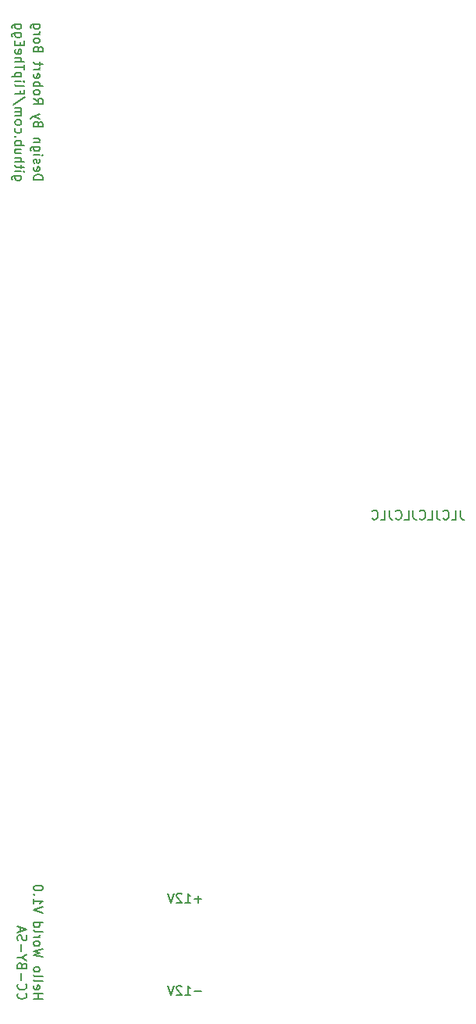
<source format=gbr>
G04 #@! TF.GenerationSoftware,KiCad,Pcbnew,(5.1.6-0-10_14)*
G04 #@! TF.CreationDate,2020-07-27T13:35:09+02:00*
G04 #@! TF.ProjectId,HelloWorld,48656c6c-6f57-46f7-926c-642e6b696361,rev?*
G04 #@! TF.SameCoordinates,Original*
G04 #@! TF.FileFunction,Legend,Bot*
G04 #@! TF.FilePolarity,Positive*
%FSLAX46Y46*%
G04 Gerber Fmt 4.6, Leading zero omitted, Abs format (unit mm)*
G04 Created by KiCad (PCBNEW (5.1.6-0-10_14)) date 2020-07-27 13:35:09*
%MOMM*%
%LPD*%
G01*
G04 APERTURE LIST*
%ADD10C,0.150000*%
G04 APERTURE END LIST*
D10*
X119619047Y-73452380D02*
X119619047Y-74166666D01*
X119666666Y-74309523D01*
X119761904Y-74404761D01*
X119904761Y-74452380D01*
X120000000Y-74452380D01*
X118666666Y-74452380D02*
X119142857Y-74452380D01*
X119142857Y-73452380D01*
X117761904Y-74357142D02*
X117809523Y-74404761D01*
X117952380Y-74452380D01*
X118047619Y-74452380D01*
X118190476Y-74404761D01*
X118285714Y-74309523D01*
X118333333Y-74214285D01*
X118380952Y-74023809D01*
X118380952Y-73880952D01*
X118333333Y-73690476D01*
X118285714Y-73595238D01*
X118190476Y-73500000D01*
X118047619Y-73452380D01*
X117952380Y-73452380D01*
X117809523Y-73500000D01*
X117761904Y-73547619D01*
X117047619Y-73452380D02*
X117047619Y-74166666D01*
X117095238Y-74309523D01*
X117190476Y-74404761D01*
X117333333Y-74452380D01*
X117428571Y-74452380D01*
X116095238Y-74452380D02*
X116571428Y-74452380D01*
X116571428Y-73452380D01*
X115190476Y-74357142D02*
X115238095Y-74404761D01*
X115380952Y-74452380D01*
X115476190Y-74452380D01*
X115619047Y-74404761D01*
X115714285Y-74309523D01*
X115761904Y-74214285D01*
X115809523Y-74023809D01*
X115809523Y-73880952D01*
X115761904Y-73690476D01*
X115714285Y-73595238D01*
X115619047Y-73500000D01*
X115476190Y-73452380D01*
X115380952Y-73452380D01*
X115238095Y-73500000D01*
X115190476Y-73547619D01*
X114476190Y-73452380D02*
X114476190Y-74166666D01*
X114523809Y-74309523D01*
X114619047Y-74404761D01*
X114761904Y-74452380D01*
X114857142Y-74452380D01*
X113523809Y-74452380D02*
X114000000Y-74452380D01*
X114000000Y-73452380D01*
X112619047Y-74357142D02*
X112666666Y-74404761D01*
X112809523Y-74452380D01*
X112904761Y-74452380D01*
X113047619Y-74404761D01*
X113142857Y-74309523D01*
X113190476Y-74214285D01*
X113238095Y-74023809D01*
X113238095Y-73880952D01*
X113190476Y-73690476D01*
X113142857Y-73595238D01*
X113047619Y-73500000D01*
X112904761Y-73452380D01*
X112809523Y-73452380D01*
X112666666Y-73500000D01*
X112619047Y-73547619D01*
X111904761Y-73452380D02*
X111904761Y-74166666D01*
X111952380Y-74309523D01*
X112047619Y-74404761D01*
X112190476Y-74452380D01*
X112285714Y-74452380D01*
X110952380Y-74452380D02*
X111428571Y-74452380D01*
X111428571Y-73452380D01*
X110047619Y-74357142D02*
X110095238Y-74404761D01*
X110238095Y-74452380D01*
X110333333Y-74452380D01*
X110476190Y-74404761D01*
X110571428Y-74309523D01*
X110619047Y-74214285D01*
X110666666Y-74023809D01*
X110666666Y-73880952D01*
X110619047Y-73690476D01*
X110571428Y-73595238D01*
X110476190Y-73500000D01*
X110333333Y-73452380D01*
X110238095Y-73452380D01*
X110095238Y-73500000D01*
X110047619Y-73547619D01*
X71964285Y-37226190D02*
X71154761Y-37226190D01*
X71059523Y-37273809D01*
X71011904Y-37321428D01*
X70964285Y-37416666D01*
X70964285Y-37559523D01*
X71011904Y-37654761D01*
X71345238Y-37226190D02*
X71297619Y-37321428D01*
X71297619Y-37511904D01*
X71345238Y-37607142D01*
X71392857Y-37654761D01*
X71488095Y-37702380D01*
X71773809Y-37702380D01*
X71869047Y-37654761D01*
X71916666Y-37607142D01*
X71964285Y-37511904D01*
X71964285Y-37321428D01*
X71916666Y-37226190D01*
X71297619Y-36750000D02*
X71964285Y-36750000D01*
X72297619Y-36750000D02*
X72250000Y-36797619D01*
X72202380Y-36750000D01*
X72250000Y-36702380D01*
X72297619Y-36750000D01*
X72202380Y-36750000D01*
X71964285Y-36416666D02*
X71964285Y-36035714D01*
X72297619Y-36273809D02*
X71440476Y-36273809D01*
X71345238Y-36226190D01*
X71297619Y-36130952D01*
X71297619Y-36035714D01*
X71297619Y-35702380D02*
X72297619Y-35702380D01*
X71297619Y-35273809D02*
X71821428Y-35273809D01*
X71916666Y-35321428D01*
X71964285Y-35416666D01*
X71964285Y-35559523D01*
X71916666Y-35654761D01*
X71869047Y-35702380D01*
X71964285Y-34369047D02*
X71297619Y-34369047D01*
X71964285Y-34797619D02*
X71440476Y-34797619D01*
X71345238Y-34750000D01*
X71297619Y-34654761D01*
X71297619Y-34511904D01*
X71345238Y-34416666D01*
X71392857Y-34369047D01*
X71297619Y-33892857D02*
X72297619Y-33892857D01*
X71916666Y-33892857D02*
X71964285Y-33797619D01*
X71964285Y-33607142D01*
X71916666Y-33511904D01*
X71869047Y-33464285D01*
X71773809Y-33416666D01*
X71488095Y-33416666D01*
X71392857Y-33464285D01*
X71345238Y-33511904D01*
X71297619Y-33607142D01*
X71297619Y-33797619D01*
X71345238Y-33892857D01*
X71392857Y-32988095D02*
X71345238Y-32940476D01*
X71297619Y-32988095D01*
X71345238Y-33035714D01*
X71392857Y-32988095D01*
X71297619Y-32988095D01*
X71345238Y-32083333D02*
X71297619Y-32178571D01*
X71297619Y-32369047D01*
X71345238Y-32464285D01*
X71392857Y-32511904D01*
X71488095Y-32559523D01*
X71773809Y-32559523D01*
X71869047Y-32511904D01*
X71916666Y-32464285D01*
X71964285Y-32369047D01*
X71964285Y-32178571D01*
X71916666Y-32083333D01*
X71297619Y-31511904D02*
X71345238Y-31607142D01*
X71392857Y-31654761D01*
X71488095Y-31702380D01*
X71773809Y-31702380D01*
X71869047Y-31654761D01*
X71916666Y-31607142D01*
X71964285Y-31511904D01*
X71964285Y-31369047D01*
X71916666Y-31273809D01*
X71869047Y-31226190D01*
X71773809Y-31178571D01*
X71488095Y-31178571D01*
X71392857Y-31226190D01*
X71345238Y-31273809D01*
X71297619Y-31369047D01*
X71297619Y-31511904D01*
X71297619Y-30750000D02*
X71964285Y-30750000D01*
X71869047Y-30750000D02*
X71916666Y-30702380D01*
X71964285Y-30607142D01*
X71964285Y-30464285D01*
X71916666Y-30369047D01*
X71821428Y-30321428D01*
X71297619Y-30321428D01*
X71821428Y-30321428D02*
X71916666Y-30273809D01*
X71964285Y-30178571D01*
X71964285Y-30035714D01*
X71916666Y-29940476D01*
X71821428Y-29892857D01*
X71297619Y-29892857D01*
X72345238Y-28702380D02*
X71059523Y-29559523D01*
X71821428Y-28035714D02*
X71821428Y-28369047D01*
X71297619Y-28369047D02*
X72297619Y-28369047D01*
X72297619Y-27892857D01*
X71297619Y-27369047D02*
X71345238Y-27464285D01*
X71440476Y-27511904D01*
X72297619Y-27511904D01*
X71297619Y-26988095D02*
X71964285Y-26988095D01*
X72297619Y-26988095D02*
X72250000Y-27035714D01*
X72202380Y-26988095D01*
X72250000Y-26940476D01*
X72297619Y-26988095D01*
X72202380Y-26988095D01*
X71964285Y-26511904D02*
X70964285Y-26511904D01*
X71916666Y-26511904D02*
X71964285Y-26416666D01*
X71964285Y-26226190D01*
X71916666Y-26130952D01*
X71869047Y-26083333D01*
X71773809Y-26035714D01*
X71488095Y-26035714D01*
X71392857Y-26083333D01*
X71345238Y-26130952D01*
X71297619Y-26226190D01*
X71297619Y-26416666D01*
X71345238Y-26511904D01*
X72297619Y-25750000D02*
X72297619Y-25178571D01*
X71297619Y-25464285D02*
X72297619Y-25464285D01*
X71297619Y-24845238D02*
X72297619Y-24845238D01*
X71297619Y-24416666D02*
X71821428Y-24416666D01*
X71916666Y-24464285D01*
X71964285Y-24559523D01*
X71964285Y-24702380D01*
X71916666Y-24797619D01*
X71869047Y-24845238D01*
X71345238Y-23559523D02*
X71297619Y-23654761D01*
X71297619Y-23845238D01*
X71345238Y-23940476D01*
X71440476Y-23988095D01*
X71821428Y-23988095D01*
X71916666Y-23940476D01*
X71964285Y-23845238D01*
X71964285Y-23654761D01*
X71916666Y-23559523D01*
X71821428Y-23511904D01*
X71726190Y-23511904D01*
X71630952Y-23988095D01*
X71821428Y-23083333D02*
X71821428Y-22750000D01*
X71297619Y-22607142D02*
X71297619Y-23083333D01*
X72297619Y-23083333D01*
X72297619Y-22607142D01*
X71964285Y-21750000D02*
X71154761Y-21750000D01*
X71059523Y-21797619D01*
X71011904Y-21845238D01*
X70964285Y-21940476D01*
X70964285Y-22083333D01*
X71011904Y-22178571D01*
X71345238Y-21750000D02*
X71297619Y-21845238D01*
X71297619Y-22035714D01*
X71345238Y-22130952D01*
X71392857Y-22178571D01*
X71488095Y-22226190D01*
X71773809Y-22226190D01*
X71869047Y-22178571D01*
X71916666Y-22130952D01*
X71964285Y-22035714D01*
X71964285Y-21845238D01*
X71916666Y-21750000D01*
X71964285Y-20845238D02*
X71154761Y-20845238D01*
X71059523Y-20892857D01*
X71011904Y-20940476D01*
X70964285Y-21035714D01*
X70964285Y-21178571D01*
X71011904Y-21273809D01*
X71345238Y-20845238D02*
X71297619Y-20940476D01*
X71297619Y-21130952D01*
X71345238Y-21226190D01*
X71392857Y-21273809D01*
X71488095Y-21321428D01*
X71773809Y-21321428D01*
X71869047Y-21273809D01*
X71916666Y-21226190D01*
X71964285Y-21130952D01*
X71964285Y-20940476D01*
X71916666Y-20845238D01*
X73297619Y-37654761D02*
X74297619Y-37654761D01*
X74297619Y-37416666D01*
X74250000Y-37273809D01*
X74154761Y-37178571D01*
X74059523Y-37130952D01*
X73869047Y-37083333D01*
X73726190Y-37083333D01*
X73535714Y-37130952D01*
X73440476Y-37178571D01*
X73345238Y-37273809D01*
X73297619Y-37416666D01*
X73297619Y-37654761D01*
X73345238Y-36273809D02*
X73297619Y-36369047D01*
X73297619Y-36559523D01*
X73345238Y-36654761D01*
X73440476Y-36702380D01*
X73821428Y-36702380D01*
X73916666Y-36654761D01*
X73964285Y-36559523D01*
X73964285Y-36369047D01*
X73916666Y-36273809D01*
X73821428Y-36226190D01*
X73726190Y-36226190D01*
X73630952Y-36702380D01*
X73345238Y-35845238D02*
X73297619Y-35750000D01*
X73297619Y-35559523D01*
X73345238Y-35464285D01*
X73440476Y-35416666D01*
X73488095Y-35416666D01*
X73583333Y-35464285D01*
X73630952Y-35559523D01*
X73630952Y-35702380D01*
X73678571Y-35797619D01*
X73773809Y-35845238D01*
X73821428Y-35845238D01*
X73916666Y-35797619D01*
X73964285Y-35702380D01*
X73964285Y-35559523D01*
X73916666Y-35464285D01*
X73297619Y-34988095D02*
X73964285Y-34988095D01*
X74297619Y-34988095D02*
X74250000Y-35035714D01*
X74202380Y-34988095D01*
X74250000Y-34940476D01*
X74297619Y-34988095D01*
X74202380Y-34988095D01*
X73964285Y-34083333D02*
X73154761Y-34083333D01*
X73059523Y-34130952D01*
X73011904Y-34178571D01*
X72964285Y-34273809D01*
X72964285Y-34416666D01*
X73011904Y-34511904D01*
X73345238Y-34083333D02*
X73297619Y-34178571D01*
X73297619Y-34369047D01*
X73345238Y-34464285D01*
X73392857Y-34511904D01*
X73488095Y-34559523D01*
X73773809Y-34559523D01*
X73869047Y-34511904D01*
X73916666Y-34464285D01*
X73964285Y-34369047D01*
X73964285Y-34178571D01*
X73916666Y-34083333D01*
X73964285Y-33607142D02*
X73297619Y-33607142D01*
X73869047Y-33607142D02*
X73916666Y-33559523D01*
X73964285Y-33464285D01*
X73964285Y-33321428D01*
X73916666Y-33226190D01*
X73821428Y-33178571D01*
X73297619Y-33178571D01*
X73821428Y-31607142D02*
X73773809Y-31464285D01*
X73726190Y-31416666D01*
X73630952Y-31369047D01*
X73488095Y-31369047D01*
X73392857Y-31416666D01*
X73345238Y-31464285D01*
X73297619Y-31559523D01*
X73297619Y-31940476D01*
X74297619Y-31940476D01*
X74297619Y-31607142D01*
X74250000Y-31511904D01*
X74202380Y-31464285D01*
X74107142Y-31416666D01*
X74011904Y-31416666D01*
X73916666Y-31464285D01*
X73869047Y-31511904D01*
X73821428Y-31607142D01*
X73821428Y-31940476D01*
X73964285Y-31035714D02*
X73297619Y-30797619D01*
X73964285Y-30559523D02*
X73297619Y-30797619D01*
X73059523Y-30892857D01*
X73011904Y-30940476D01*
X72964285Y-31035714D01*
X73297619Y-28845238D02*
X73773809Y-29178571D01*
X73297619Y-29416666D02*
X74297619Y-29416666D01*
X74297619Y-29035714D01*
X74250000Y-28940476D01*
X74202380Y-28892857D01*
X74107142Y-28845238D01*
X73964285Y-28845238D01*
X73869047Y-28892857D01*
X73821428Y-28940476D01*
X73773809Y-29035714D01*
X73773809Y-29416666D01*
X73297619Y-28273809D02*
X73345238Y-28369047D01*
X73392857Y-28416666D01*
X73488095Y-28464285D01*
X73773809Y-28464285D01*
X73869047Y-28416666D01*
X73916666Y-28369047D01*
X73964285Y-28273809D01*
X73964285Y-28130952D01*
X73916666Y-28035714D01*
X73869047Y-27988095D01*
X73773809Y-27940476D01*
X73488095Y-27940476D01*
X73392857Y-27988095D01*
X73345238Y-28035714D01*
X73297619Y-28130952D01*
X73297619Y-28273809D01*
X73297619Y-27511904D02*
X74297619Y-27511904D01*
X73916666Y-27511904D02*
X73964285Y-27416666D01*
X73964285Y-27226190D01*
X73916666Y-27130952D01*
X73869047Y-27083333D01*
X73773809Y-27035714D01*
X73488095Y-27035714D01*
X73392857Y-27083333D01*
X73345238Y-27130952D01*
X73297619Y-27226190D01*
X73297619Y-27416666D01*
X73345238Y-27511904D01*
X73345238Y-26226190D02*
X73297619Y-26321428D01*
X73297619Y-26511904D01*
X73345238Y-26607142D01*
X73440476Y-26654761D01*
X73821428Y-26654761D01*
X73916666Y-26607142D01*
X73964285Y-26511904D01*
X73964285Y-26321428D01*
X73916666Y-26226190D01*
X73821428Y-26178571D01*
X73726190Y-26178571D01*
X73630952Y-26654761D01*
X73297619Y-25750000D02*
X73964285Y-25750000D01*
X73773809Y-25750000D02*
X73869047Y-25702380D01*
X73916666Y-25654761D01*
X73964285Y-25559523D01*
X73964285Y-25464285D01*
X73964285Y-25273809D02*
X73964285Y-24892857D01*
X74297619Y-25130952D02*
X73440476Y-25130952D01*
X73345238Y-25083333D01*
X73297619Y-24988095D01*
X73297619Y-24892857D01*
X73821428Y-23464285D02*
X73773809Y-23321428D01*
X73726190Y-23273809D01*
X73630952Y-23226190D01*
X73488095Y-23226190D01*
X73392857Y-23273809D01*
X73345238Y-23321428D01*
X73297619Y-23416666D01*
X73297619Y-23797619D01*
X74297619Y-23797619D01*
X74297619Y-23464285D01*
X74250000Y-23369047D01*
X74202380Y-23321428D01*
X74107142Y-23273809D01*
X74011904Y-23273809D01*
X73916666Y-23321428D01*
X73869047Y-23369047D01*
X73821428Y-23464285D01*
X73821428Y-23797619D01*
X73297619Y-22654761D02*
X73345238Y-22750000D01*
X73392857Y-22797619D01*
X73488095Y-22845238D01*
X73773809Y-22845238D01*
X73869047Y-22797619D01*
X73916666Y-22750000D01*
X73964285Y-22654761D01*
X73964285Y-22511904D01*
X73916666Y-22416666D01*
X73869047Y-22369047D01*
X73773809Y-22321428D01*
X73488095Y-22321428D01*
X73392857Y-22369047D01*
X73345238Y-22416666D01*
X73297619Y-22511904D01*
X73297619Y-22654761D01*
X73297619Y-21892857D02*
X73964285Y-21892857D01*
X73773809Y-21892857D02*
X73869047Y-21845238D01*
X73916666Y-21797619D01*
X73964285Y-21702380D01*
X73964285Y-21607142D01*
X73964285Y-20845238D02*
X73154761Y-20845238D01*
X73059523Y-20892857D01*
X73011904Y-20940476D01*
X72964285Y-21035714D01*
X72964285Y-21178571D01*
X73011904Y-21273809D01*
X73345238Y-20845238D02*
X73297619Y-20940476D01*
X73297619Y-21130952D01*
X73345238Y-21226190D01*
X73392857Y-21273809D01*
X73488095Y-21321428D01*
X73773809Y-21321428D01*
X73869047Y-21273809D01*
X73916666Y-21226190D01*
X73964285Y-21130952D01*
X73964285Y-20940476D01*
X73916666Y-20845238D01*
X73297619Y-126369047D02*
X74297619Y-126369047D01*
X73821428Y-126369047D02*
X73821428Y-125797619D01*
X73297619Y-125797619D02*
X74297619Y-125797619D01*
X73345238Y-124940476D02*
X73297619Y-125035714D01*
X73297619Y-125226190D01*
X73345238Y-125321428D01*
X73440476Y-125369047D01*
X73821428Y-125369047D01*
X73916666Y-125321428D01*
X73964285Y-125226190D01*
X73964285Y-125035714D01*
X73916666Y-124940476D01*
X73821428Y-124892857D01*
X73726190Y-124892857D01*
X73630952Y-125369047D01*
X73297619Y-124321428D02*
X73345238Y-124416666D01*
X73440476Y-124464285D01*
X74297619Y-124464285D01*
X73297619Y-123797619D02*
X73345238Y-123892857D01*
X73440476Y-123940476D01*
X74297619Y-123940476D01*
X73297619Y-123273809D02*
X73345238Y-123369047D01*
X73392857Y-123416666D01*
X73488095Y-123464285D01*
X73773809Y-123464285D01*
X73869047Y-123416666D01*
X73916666Y-123369047D01*
X73964285Y-123273809D01*
X73964285Y-123130952D01*
X73916666Y-123035714D01*
X73869047Y-122988095D01*
X73773809Y-122940476D01*
X73488095Y-122940476D01*
X73392857Y-122988095D01*
X73345238Y-123035714D01*
X73297619Y-123130952D01*
X73297619Y-123273809D01*
X74297619Y-121845238D02*
X73297619Y-121607142D01*
X74011904Y-121416666D01*
X73297619Y-121226190D01*
X74297619Y-120988095D01*
X73297619Y-120464285D02*
X73345238Y-120559523D01*
X73392857Y-120607142D01*
X73488095Y-120654761D01*
X73773809Y-120654761D01*
X73869047Y-120607142D01*
X73916666Y-120559523D01*
X73964285Y-120464285D01*
X73964285Y-120321428D01*
X73916666Y-120226190D01*
X73869047Y-120178571D01*
X73773809Y-120130952D01*
X73488095Y-120130952D01*
X73392857Y-120178571D01*
X73345238Y-120226190D01*
X73297619Y-120321428D01*
X73297619Y-120464285D01*
X73297619Y-119702380D02*
X73964285Y-119702380D01*
X73773809Y-119702380D02*
X73869047Y-119654761D01*
X73916666Y-119607142D01*
X73964285Y-119511904D01*
X73964285Y-119416666D01*
X73297619Y-118940476D02*
X73345238Y-119035714D01*
X73440476Y-119083333D01*
X74297619Y-119083333D01*
X73297619Y-118130952D02*
X74297619Y-118130952D01*
X73345238Y-118130952D02*
X73297619Y-118226190D01*
X73297619Y-118416666D01*
X73345238Y-118511904D01*
X73392857Y-118559523D01*
X73488095Y-118607142D01*
X73773809Y-118607142D01*
X73869047Y-118559523D01*
X73916666Y-118511904D01*
X73964285Y-118416666D01*
X73964285Y-118226190D01*
X73916666Y-118130952D01*
X74297619Y-117035714D02*
X73297619Y-116702380D01*
X74297619Y-116369047D01*
X73297619Y-115511904D02*
X73297619Y-116083333D01*
X73297619Y-115797619D02*
X74297619Y-115797619D01*
X74154761Y-115892857D01*
X74059523Y-115988095D01*
X74011904Y-116083333D01*
X73392857Y-115083333D02*
X73345238Y-115035714D01*
X73297619Y-115083333D01*
X73345238Y-115130952D01*
X73392857Y-115083333D01*
X73297619Y-115083333D01*
X74297619Y-114416666D02*
X74297619Y-114321428D01*
X74250000Y-114226190D01*
X74202380Y-114178571D01*
X74107142Y-114130952D01*
X73916666Y-114083333D01*
X73678571Y-114083333D01*
X73488095Y-114130952D01*
X73392857Y-114178571D01*
X73345238Y-114226190D01*
X73297619Y-114321428D01*
X73297619Y-114416666D01*
X73345238Y-114511904D01*
X73392857Y-114559523D01*
X73488095Y-114607142D01*
X73678571Y-114654761D01*
X73916666Y-114654761D01*
X74107142Y-114607142D01*
X74202380Y-114559523D01*
X74250000Y-114511904D01*
X74297619Y-114416666D01*
X71642857Y-125761904D02*
X71595238Y-125809523D01*
X71547619Y-125952380D01*
X71547619Y-126047619D01*
X71595238Y-126190476D01*
X71690476Y-126285714D01*
X71785714Y-126333333D01*
X71976190Y-126380952D01*
X72119047Y-126380952D01*
X72309523Y-126333333D01*
X72404761Y-126285714D01*
X72500000Y-126190476D01*
X72547619Y-126047619D01*
X72547619Y-125952380D01*
X72500000Y-125809523D01*
X72452380Y-125761904D01*
X71642857Y-124761904D02*
X71595238Y-124809523D01*
X71547619Y-124952380D01*
X71547619Y-125047619D01*
X71595238Y-125190476D01*
X71690476Y-125285714D01*
X71785714Y-125333333D01*
X71976190Y-125380952D01*
X72119047Y-125380952D01*
X72309523Y-125333333D01*
X72404761Y-125285714D01*
X72500000Y-125190476D01*
X72547619Y-125047619D01*
X72547619Y-124952380D01*
X72500000Y-124809523D01*
X72452380Y-124761904D01*
X71928571Y-124333333D02*
X71928571Y-123571428D01*
X72071428Y-122761904D02*
X72023809Y-122619047D01*
X71976190Y-122571428D01*
X71880952Y-122523809D01*
X71738095Y-122523809D01*
X71642857Y-122571428D01*
X71595238Y-122619047D01*
X71547619Y-122714285D01*
X71547619Y-123095238D01*
X72547619Y-123095238D01*
X72547619Y-122761904D01*
X72500000Y-122666666D01*
X72452380Y-122619047D01*
X72357142Y-122571428D01*
X72261904Y-122571428D01*
X72166666Y-122619047D01*
X72119047Y-122666666D01*
X72071428Y-122761904D01*
X72071428Y-123095238D01*
X72023809Y-121904761D02*
X71547619Y-121904761D01*
X72547619Y-122238095D02*
X72023809Y-121904761D01*
X72547619Y-121571428D01*
X71928571Y-121238095D02*
X71928571Y-120476190D01*
X71595238Y-120047619D02*
X71547619Y-119904761D01*
X71547619Y-119666666D01*
X71595238Y-119571428D01*
X71642857Y-119523809D01*
X71738095Y-119476190D01*
X71833333Y-119476190D01*
X71928571Y-119523809D01*
X71976190Y-119571428D01*
X72023809Y-119666666D01*
X72071428Y-119857142D01*
X72119047Y-119952380D01*
X72166666Y-120000000D01*
X72261904Y-120047619D01*
X72357142Y-120047619D01*
X72452380Y-120000000D01*
X72500000Y-119952380D01*
X72547619Y-119857142D01*
X72547619Y-119619047D01*
X72500000Y-119476190D01*
X71833333Y-119095238D02*
X71833333Y-118619047D01*
X71547619Y-119190476D02*
X72547619Y-118857142D01*
X71547619Y-118523809D01*
X91511904Y-125571428D02*
X90750000Y-125571428D01*
X89750000Y-125952380D02*
X90321428Y-125952380D01*
X90035714Y-125952380D02*
X90035714Y-124952380D01*
X90130952Y-125095238D01*
X90226190Y-125190476D01*
X90321428Y-125238095D01*
X89369047Y-125047619D02*
X89321428Y-125000000D01*
X89226190Y-124952380D01*
X88988095Y-124952380D01*
X88892857Y-125000000D01*
X88845238Y-125047619D01*
X88797619Y-125142857D01*
X88797619Y-125238095D01*
X88845238Y-125380952D01*
X89416666Y-125952380D01*
X88797619Y-125952380D01*
X88511904Y-124952380D02*
X88178571Y-125952380D01*
X87845238Y-124952380D01*
X91511904Y-115571428D02*
X90750000Y-115571428D01*
X91130952Y-115952380D02*
X91130952Y-115190476D01*
X89750000Y-115952380D02*
X90321428Y-115952380D01*
X90035714Y-115952380D02*
X90035714Y-114952380D01*
X90130952Y-115095238D01*
X90226190Y-115190476D01*
X90321428Y-115238095D01*
X89369047Y-115047619D02*
X89321428Y-115000000D01*
X89226190Y-114952380D01*
X88988095Y-114952380D01*
X88892857Y-115000000D01*
X88845238Y-115047619D01*
X88797619Y-115142857D01*
X88797619Y-115238095D01*
X88845238Y-115380952D01*
X89416666Y-115952380D01*
X88797619Y-115952380D01*
X88511904Y-114952380D02*
X88178571Y-115952380D01*
X87845238Y-114952380D01*
M02*

</source>
